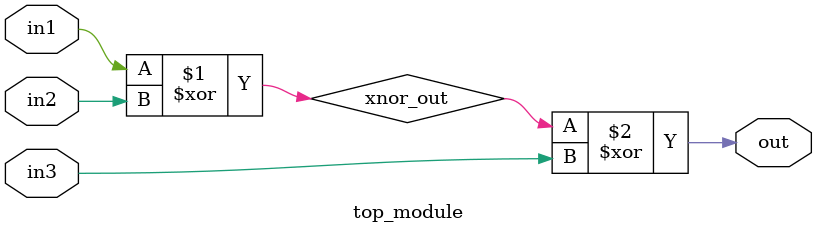
<source format=sv>
module top_module (
    input in1,
    input in2,
    input in3,
    output logic out
);

    // Two-input XNOR gate
    wire xnor_out;
    assign xnor_out = in1 ^ in2;

    // Two-input XOR gate
    assign out = xnor_out ^ in3;

endmodule

</source>
